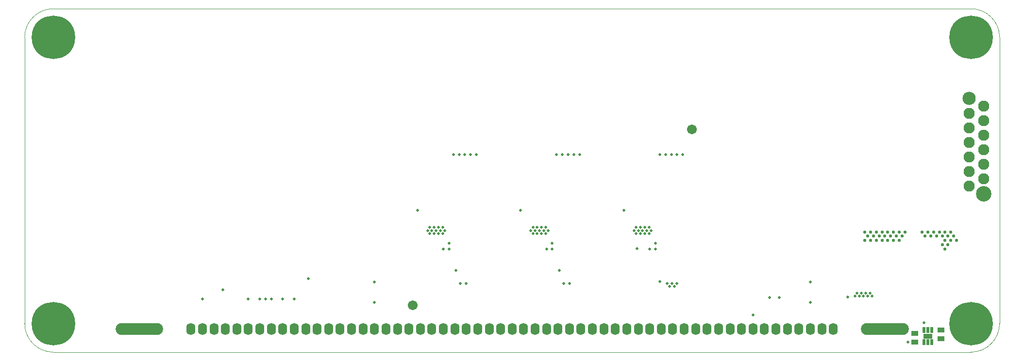
<source format=gts>
G04*
G04 #@! TF.GenerationSoftware,Altium Limited,Altium Designer,23.4.1 (23)*
G04*
G04 Layer_Color=16711833*
%FSLAX44Y44*%
%MOMM*%
G71*
G04*
G04 #@! TF.SameCoordinates,58649B99-4679-472A-8ADD-EDA87348F3DE*
G04*
G04*
G04 #@! TF.FilePolarity,Negative*
G04*
G01*
G75*
%ADD11C,0.1000*%
%ADD19R,1.5532X0.8532*%
%ADD20R,0.5532X1.0032*%
%ADD21R,1.1938X0.8636*%
%ADD22C,1.7032*%
%ADD23C,7.6032*%
%ADD24C,2.3032*%
%ADD25C,1.9532*%
%ADD26C,2.7032*%
%ADD27O,2.3500X2.1000*%
%ADD28R,4.1000X2.1000*%
%ADD29O,1.6000X2.1000*%
%ADD30C,0.4600*%
%ADD31C,0.5600*%
D11*
X0Y50000D02*
G03*
X50000Y-0I50000J0D01*
G01*
X1650000Y-0D02*
G03*
X1700000Y50000I0J50000D01*
G01*
Y550000D02*
G03*
X1650000Y600000I-50000J0D01*
G01*
X50000D02*
G03*
X0Y550000I0J-50000D01*
G01*
X50000Y-0D02*
X1650000D01*
X1700000Y50000D02*
Y550000D01*
X50000Y600000D02*
X1650000D01*
X0Y50000D02*
Y550000D01*
D19*
X1575000Y28000D02*
D03*
D20*
X1568500Y38500D02*
D03*
X1575000D02*
D03*
X1581500D02*
D03*
Y17500D02*
D03*
X1575000D02*
D03*
X1568500D02*
D03*
D21*
X1597500Y38500D02*
D03*
X1597500Y23006D02*
D03*
X1552500Y32994D02*
D03*
X1552500Y17500D02*
D03*
D22*
X1163500Y389000D02*
D03*
X676500Y82000D02*
D03*
D23*
X1650000Y50000D02*
D03*
Y550000D02*
D03*
X50000D02*
D03*
Y50000D02*
D03*
D24*
X1647300Y443150D02*
D03*
D25*
X1672700Y302850D02*
D03*
X1647300Y290150D02*
D03*
X1672700Y328250D02*
D03*
X1647300Y315550D02*
D03*
X1672700Y353650D02*
D03*
X1647300Y340950D02*
D03*
X1672700Y379050D02*
D03*
X1647300Y366350D02*
D03*
X1672700Y404450D02*
D03*
Y429850D02*
D03*
X1647300Y391750D02*
D03*
Y417150D02*
D03*
D26*
X1672700Y276850D02*
D03*
D27*
X170000Y40000D02*
D03*
X230000Y40000D02*
D03*
X1470000Y40000D02*
D03*
X1530000Y40000D02*
D03*
D28*
X190000Y40000D02*
D03*
X210000Y40000D02*
D03*
X1490000Y40000D02*
D03*
X1510000Y40000D02*
D03*
D29*
X290000D02*
D03*
X310000Y40000D02*
D03*
X330000D02*
D03*
X350000Y40000D02*
D03*
X370000Y40000D02*
D03*
X390000Y40000D02*
D03*
X410000Y40000D02*
D03*
X430000Y40000D02*
D03*
X450000D02*
D03*
X470000Y40000D02*
D03*
X490000Y40000D02*
D03*
X510000Y40000D02*
D03*
X530000Y40000D02*
D03*
X550000Y40000D02*
D03*
X570000Y40000D02*
D03*
X590000Y40000D02*
D03*
X610000Y40000D02*
D03*
X630000Y40000D02*
D03*
X650000Y40000D02*
D03*
X670000D02*
D03*
X690000Y40000D02*
D03*
X710000Y40000D02*
D03*
X730000Y40000D02*
D03*
X750000Y40000D02*
D03*
X770000Y40000D02*
D03*
X790000Y40000D02*
D03*
X810000D02*
D03*
X830000Y40000D02*
D03*
X850000Y40000D02*
D03*
X870000Y40000D02*
D03*
X890000Y40000D02*
D03*
X910000Y40000D02*
D03*
X930000Y40000D02*
D03*
X950000Y40000D02*
D03*
X970000Y40000D02*
D03*
X990000Y40000D02*
D03*
X1010000Y40000D02*
D03*
X1030001D02*
D03*
X1050000D02*
D03*
X1070001Y40000D02*
D03*
X1090000Y40000D02*
D03*
X1110000Y40000D02*
D03*
X1130001Y40000D02*
D03*
X1150001Y40000D02*
D03*
X1170001Y40000D02*
D03*
X1190001Y40000D02*
D03*
X1210001Y40000D02*
D03*
X1230001Y40000D02*
D03*
X1250001D02*
D03*
X1270001Y40000D02*
D03*
X1290001D02*
D03*
X1310000Y40000D02*
D03*
X1330001Y40000D02*
D03*
X1350001D02*
D03*
X1370001Y40000D02*
D03*
X1390001Y40000D02*
D03*
X1410001D02*
D03*
D30*
X1133125Y114750D02*
D03*
X1124375Y114750D02*
D03*
X1451498Y103167D02*
D03*
X1447750Y97750D02*
D03*
X1458998Y103167D02*
D03*
X1455250Y97750D02*
D03*
X310000Y92500D02*
D03*
X470000D02*
D03*
X1477749Y97749D02*
D03*
X1473993Y103167D02*
D03*
X1462750Y97750D02*
D03*
X1466498Y103167D02*
D03*
X1470250Y97750D02*
D03*
X1370000Y122500D02*
D03*
X1298750Y95000D02*
D03*
X1316250D02*
D03*
X610000Y122500D02*
D03*
X420000Y92500D02*
D03*
X494500Y128000D02*
D03*
X345500Y108696D02*
D03*
X1128750Y120000D02*
D03*
X1137500Y120000D02*
D03*
X721254Y207081D02*
D03*
X725000Y212500D02*
D03*
X728745Y217919D02*
D03*
X740000Y180000D02*
D03*
X730000Y180000D02*
D03*
X760000Y120000D02*
D03*
X770000Y120000D02*
D03*
X752006Y142500D02*
D03*
X721244Y217918D02*
D03*
X717499Y212499D02*
D03*
X685000Y247500D02*
D03*
X702500Y212500D02*
D03*
X706250Y217919D02*
D03*
X706254Y207081D02*
D03*
X710000Y212500D02*
D03*
X713755Y207082D02*
D03*
X713745Y217919D02*
D03*
X787500Y345000D02*
D03*
X728754Y207081D02*
D03*
X732500Y212500D02*
D03*
X747500Y345000D02*
D03*
X757500Y345000D02*
D03*
X767500Y345000D02*
D03*
X777500Y345000D02*
D03*
X740000Y190000D02*
D03*
X886250Y217919D02*
D03*
X882500Y212500D02*
D03*
X865000Y247500D02*
D03*
X910000Y180000D02*
D03*
X950000Y120000D02*
D03*
X920000Y180000D02*
D03*
X932006Y142500D02*
D03*
X940000Y120000D02*
D03*
X901244Y217918D02*
D03*
X901254Y207081D02*
D03*
X905000Y212500D02*
D03*
X908745Y217919D02*
D03*
X908754Y207081D02*
D03*
X912500Y212500D02*
D03*
X927500Y345000D02*
D03*
X937500Y345000D02*
D03*
X947500Y345000D02*
D03*
X957500Y345000D02*
D03*
X967500Y345000D02*
D03*
X893745Y217919D02*
D03*
X893755Y207082D02*
D03*
X897499Y212499D02*
D03*
X920000Y190000D02*
D03*
X890000Y212500D02*
D03*
X886254Y207081D02*
D03*
X1127500Y345000D02*
D03*
X1137500Y345000D02*
D03*
X1147500Y345000D02*
D03*
X1070000Y212500D02*
D03*
X1066253Y207079D02*
D03*
X1066248Y217917D02*
D03*
X1062500Y212500D02*
D03*
X1045000Y247500D02*
D03*
X1073743Y217917D02*
D03*
X1073753Y207080D02*
D03*
X1077499Y212499D02*
D03*
X1081242Y217916D02*
D03*
X1081253Y207079D02*
D03*
X1085000Y212500D02*
D03*
X1088743Y217917D02*
D03*
X1088753Y207079D02*
D03*
X1090000Y180000D02*
D03*
X1092500Y212500D02*
D03*
X1100000Y180000D02*
D03*
X1107500Y345000D02*
D03*
X1107506Y123500D02*
D03*
X1120000Y120000D02*
D03*
X1117500Y345000D02*
D03*
X1100000Y190000D02*
D03*
X1067498Y181000D02*
D03*
X1435000Y95994D02*
D03*
X450000Y92500D02*
D03*
X430000D02*
D03*
X410000D02*
D03*
X390000Y92500D02*
D03*
X1568500Y51000D02*
D03*
X1540000Y17500D02*
D03*
X1270492Y64508D02*
D03*
X1370000Y87253D02*
D03*
X610000D02*
D03*
D31*
X1465000Y195000D02*
D03*
X1515000D02*
D03*
X1505000D02*
D03*
X1495000D02*
D03*
X1485000D02*
D03*
X1475000D02*
D03*
X1525000D02*
D03*
X1530000Y202500D02*
D03*
X1535000Y210000D02*
D03*
X1525000D02*
D03*
X1465000D02*
D03*
X1475000D02*
D03*
X1485000D02*
D03*
X1495000D02*
D03*
X1505000D02*
D03*
X1515000D02*
D03*
X1520000Y202500D02*
D03*
X1510000D02*
D03*
X1500000D02*
D03*
X1490000D02*
D03*
X1480000D02*
D03*
X1470000D02*
D03*
X1605000Y180000D02*
D03*
X1625000Y195000D02*
D03*
X1605000D02*
D03*
X1615000D02*
D03*
X1610000Y187500D02*
D03*
X1600000D02*
D03*
X1570000Y202500D02*
D03*
X1580000D02*
D03*
X1590000D02*
D03*
X1600000D02*
D03*
X1610000D02*
D03*
X1620000D02*
D03*
X1615000Y210000D02*
D03*
X1605000D02*
D03*
X1595000D02*
D03*
X1585000D02*
D03*
X1575000D02*
D03*
X1565000D02*
D03*
M02*

</source>
